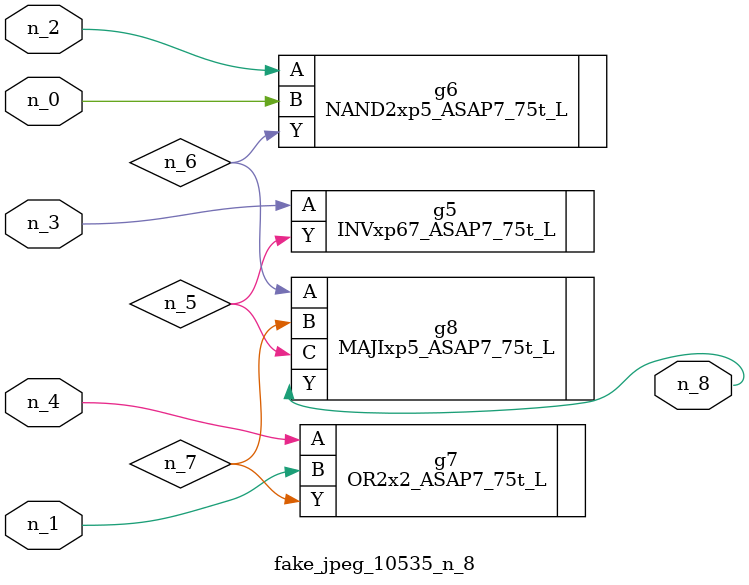
<source format=v>
module fake_jpeg_10535_n_8 (n_3, n_2, n_1, n_0, n_4, n_8);

input n_3;
input n_2;
input n_1;
input n_0;
input n_4;

output n_8;

wire n_6;
wire n_5;
wire n_7;

INVxp67_ASAP7_75t_L g5 ( 
.A(n_3),
.Y(n_5)
);

NAND2xp5_ASAP7_75t_L g6 ( 
.A(n_2),
.B(n_0),
.Y(n_6)
);

OR2x2_ASAP7_75t_L g7 ( 
.A(n_4),
.B(n_1),
.Y(n_7)
);

MAJIxp5_ASAP7_75t_L g8 ( 
.A(n_6),
.B(n_7),
.C(n_5),
.Y(n_8)
);


endmodule
</source>
